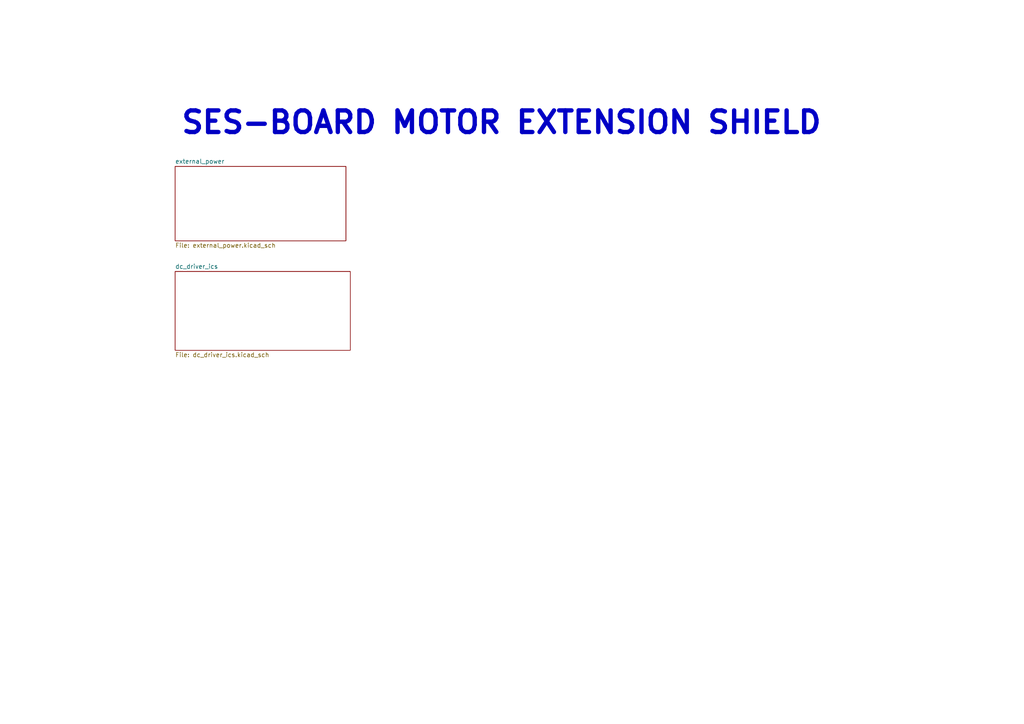
<source format=kicad_sch>
(kicad_sch (version 20211123) (generator eeschema)
  (paper "A4")
  (title_block (title "Root Shematic") (date "2022-05-26") (rev "1") (company "JKUAT SES PROJECTS") (comment 1 "Edwin Mwiti Maingi"))
  (lib_symbols)
  (text "SES-BOARD MOTOR EXTENSION SHIELD" (at 52.07 39.37 0) (effects (font (size 6.27 6.27) (thickness 1.254) bold) (justify left bottom)))
  (sheet (at 50.8 48.26) (size 49.53 21.59) (stroke (width 0.1524))
    (property "Sheet name" "external_power" (at 50.8 47.5484 0) (effects (justify left bottom)))
    (property "Sheet file" "external_power.kicad_sch" (at 50.8 70.4346 0) (effects (justify left top)))
  )
  (sheet (at 50.8 78.74) (size 50.8 22.86) (stroke (width 0.1524))
    (property "Sheet name" "dc_driver_ics" (at 50.8 78.0284 0) (effects (justify left bottom)))
    (property "Sheet file" "dc_driver_ics.kicad_sch" (at 50.8 102.1846 0) (effects (justify left top)))
  )
)
</source>
